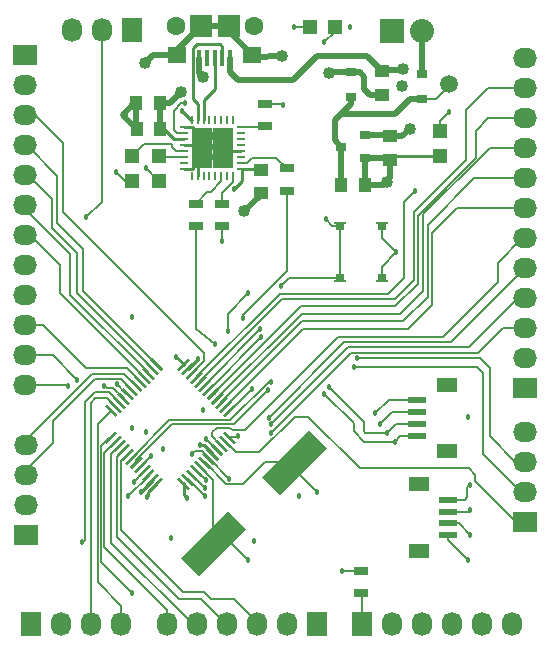
<source format=gtl>
G04 #@! TF.FileFunction,Copper,L1,Top,Signal*
%FSLAX46Y46*%
G04 Gerber Fmt 4.6, Leading zero omitted, Abs format (unit mm)*
G04 Created by KiCad (PCBNEW 4.0.5) date Tuesday, June 20, 2017 'PMt' 03:43:36 PM*
%MOMM*%
%LPD*%
G01*
G04 APERTURE LIST*
%ADD10C,0.100000*%
%ADD11C,0.457200*%
%ADD12R,1.000000X1.250000*%
%ADD13R,1.250000X1.000000*%
%ADD14R,0.900000X0.800000*%
%ADD15R,1.198880X1.198880*%
%ADD16R,1.727200X2.032000*%
%ADD17O,1.727200X2.032000*%
%ADD18R,2.032000X1.727200*%
%ADD19O,2.032000X1.727200*%
%ADD20R,0.400000X1.350000*%
%ADD21R,1.600000X1.400000*%
%ADD22R,1.900000X1.900000*%
%ADD23C,1.600000*%
%ADD24R,2.032000X2.032000*%
%ADD25O,2.032000X2.032000*%
%ADD26R,1.550000X0.600000*%
%ADD27R,1.800000X1.200000*%
%ADD28R,1.300000X0.700000*%
%ADD29R,1.100000X0.200000*%
%ADD30R,0.700000X0.700000*%
%ADD31C,1.500000*%
%ADD32R,0.700000X0.250000*%
%ADD33R,0.250000X0.700000*%
%ADD34R,1.725000X1.725000*%
%ADD35C,1.016000*%
%ADD36C,0.127000*%
%ADD37C,0.254000*%
%ADD38C,0.508000*%
G04 APERTURE END LIST*
D10*
G36*
X132123341Y-101976324D02*
X133608676Y-103461659D01*
X129648383Y-107421952D01*
X128163048Y-105936617D01*
X132123341Y-101976324D01*
X132123341Y-101976324D01*
G37*
G36*
X125266017Y-108833648D02*
X126751352Y-110318983D01*
X122791059Y-114279276D01*
X121305724Y-112793941D01*
X125266017Y-108833648D01*
X125266017Y-108833648D01*
G37*
D11*
X122936000Y-78867000D03*
X123952000Y-78867000D03*
X124968000Y-78867000D03*
X124968000Y-77978000D03*
X123952000Y-77978000D03*
X122936000Y-77978000D03*
X124968000Y-76962000D03*
X123952000Y-76962000D03*
D12*
X119516400Y-76469240D03*
X117516400Y-76469240D03*
X119496080Y-74305160D03*
X117496080Y-74305160D03*
D13*
X128036320Y-79914240D03*
X128036320Y-81914240D03*
D12*
X134864600Y-81183480D03*
X136864600Y-81183480D03*
D13*
X138988800Y-77069440D03*
X138988800Y-79069440D03*
D14*
X141711680Y-73917520D03*
X141711680Y-71817520D03*
X135636000Y-73744800D03*
X135636000Y-71644800D03*
D15*
X119430800Y-80850740D03*
X119430800Y-78752700D03*
X117124480Y-80845660D03*
X117124480Y-78747620D03*
X132199380Y-67843400D03*
X134297420Y-67843400D03*
D10*
G36*
X122049979Y-106839289D02*
X121873202Y-107016066D01*
X120953963Y-106096827D01*
X121130740Y-105920050D01*
X122049979Y-106839289D01*
X122049979Y-106839289D01*
G37*
G36*
X122403532Y-106485736D02*
X122226755Y-106662513D01*
X121307516Y-105743274D01*
X121484293Y-105566497D01*
X122403532Y-106485736D01*
X122403532Y-106485736D01*
G37*
G36*
X122757086Y-106132182D02*
X122580309Y-106308959D01*
X121661070Y-105389720D01*
X121837847Y-105212943D01*
X122757086Y-106132182D01*
X122757086Y-106132182D01*
G37*
G36*
X123110639Y-105778629D02*
X122933862Y-105955406D01*
X122014623Y-105036167D01*
X122191400Y-104859390D01*
X123110639Y-105778629D01*
X123110639Y-105778629D01*
G37*
G36*
X123464192Y-105425076D02*
X123287415Y-105601853D01*
X122368176Y-104682614D01*
X122544953Y-104505837D01*
X123464192Y-105425076D01*
X123464192Y-105425076D01*
G37*
G36*
X123817746Y-105071522D02*
X123640969Y-105248299D01*
X122721730Y-104329060D01*
X122898507Y-104152283D01*
X123817746Y-105071522D01*
X123817746Y-105071522D01*
G37*
G36*
X124171299Y-104717969D02*
X123994522Y-104894746D01*
X123075283Y-103975507D01*
X123252060Y-103798730D01*
X124171299Y-104717969D01*
X124171299Y-104717969D01*
G37*
G36*
X124524853Y-104364415D02*
X124348076Y-104541192D01*
X123428837Y-103621953D01*
X123605614Y-103445176D01*
X124524853Y-104364415D01*
X124524853Y-104364415D01*
G37*
G36*
X124878406Y-104010862D02*
X124701629Y-104187639D01*
X123782390Y-103268400D01*
X123959167Y-103091623D01*
X124878406Y-104010862D01*
X124878406Y-104010862D01*
G37*
G36*
X125231959Y-103657309D02*
X125055182Y-103834086D01*
X124135943Y-102914847D01*
X124312720Y-102738070D01*
X125231959Y-103657309D01*
X125231959Y-103657309D01*
G37*
G36*
X125585513Y-103303755D02*
X125408736Y-103480532D01*
X124489497Y-102561293D01*
X124666274Y-102384516D01*
X125585513Y-103303755D01*
X125585513Y-103303755D01*
G37*
G36*
X125939066Y-102950202D02*
X125762289Y-103126979D01*
X124843050Y-102207740D01*
X125019827Y-102030963D01*
X125939066Y-102950202D01*
X125939066Y-102950202D01*
G37*
G36*
X125762289Y-99768221D02*
X125939066Y-99944998D01*
X125019827Y-100864237D01*
X124843050Y-100687460D01*
X125762289Y-99768221D01*
X125762289Y-99768221D01*
G37*
G36*
X125408736Y-99414668D02*
X125585513Y-99591445D01*
X124666274Y-100510684D01*
X124489497Y-100333907D01*
X125408736Y-99414668D01*
X125408736Y-99414668D01*
G37*
G36*
X125055182Y-99061114D02*
X125231959Y-99237891D01*
X124312720Y-100157130D01*
X124135943Y-99980353D01*
X125055182Y-99061114D01*
X125055182Y-99061114D01*
G37*
G36*
X124701629Y-98707561D02*
X124878406Y-98884338D01*
X123959167Y-99803577D01*
X123782390Y-99626800D01*
X124701629Y-98707561D01*
X124701629Y-98707561D01*
G37*
G36*
X124348076Y-98354008D02*
X124524853Y-98530785D01*
X123605614Y-99450024D01*
X123428837Y-99273247D01*
X124348076Y-98354008D01*
X124348076Y-98354008D01*
G37*
G36*
X123994522Y-98000454D02*
X124171299Y-98177231D01*
X123252060Y-99096470D01*
X123075283Y-98919693D01*
X123994522Y-98000454D01*
X123994522Y-98000454D01*
G37*
G36*
X123640969Y-97646901D02*
X123817746Y-97823678D01*
X122898507Y-98742917D01*
X122721730Y-98566140D01*
X123640969Y-97646901D01*
X123640969Y-97646901D01*
G37*
G36*
X123287415Y-97293347D02*
X123464192Y-97470124D01*
X122544953Y-98389363D01*
X122368176Y-98212586D01*
X123287415Y-97293347D01*
X123287415Y-97293347D01*
G37*
G36*
X122933862Y-96939794D02*
X123110639Y-97116571D01*
X122191400Y-98035810D01*
X122014623Y-97859033D01*
X122933862Y-96939794D01*
X122933862Y-96939794D01*
G37*
G36*
X122580309Y-96586241D02*
X122757086Y-96763018D01*
X121837847Y-97682257D01*
X121661070Y-97505480D01*
X122580309Y-96586241D01*
X122580309Y-96586241D01*
G37*
G36*
X122226755Y-96232687D02*
X122403532Y-96409464D01*
X121484293Y-97328703D01*
X121307516Y-97151926D01*
X122226755Y-96232687D01*
X122226755Y-96232687D01*
G37*
G36*
X121873202Y-95879134D02*
X122049979Y-96055911D01*
X121130740Y-96975150D01*
X120953963Y-96798373D01*
X121873202Y-95879134D01*
X121873202Y-95879134D01*
G37*
G36*
X119787237Y-96798373D02*
X119610460Y-96975150D01*
X118691221Y-96055911D01*
X118867998Y-95879134D01*
X119787237Y-96798373D01*
X119787237Y-96798373D01*
G37*
G36*
X119433684Y-97151926D02*
X119256907Y-97328703D01*
X118337668Y-96409464D01*
X118514445Y-96232687D01*
X119433684Y-97151926D01*
X119433684Y-97151926D01*
G37*
G36*
X119080130Y-97505480D02*
X118903353Y-97682257D01*
X117984114Y-96763018D01*
X118160891Y-96586241D01*
X119080130Y-97505480D01*
X119080130Y-97505480D01*
G37*
G36*
X118726577Y-97859033D02*
X118549800Y-98035810D01*
X117630561Y-97116571D01*
X117807338Y-96939794D01*
X118726577Y-97859033D01*
X118726577Y-97859033D01*
G37*
G36*
X118373024Y-98212586D02*
X118196247Y-98389363D01*
X117277008Y-97470124D01*
X117453785Y-97293347D01*
X118373024Y-98212586D01*
X118373024Y-98212586D01*
G37*
G36*
X118019470Y-98566140D02*
X117842693Y-98742917D01*
X116923454Y-97823678D01*
X117100231Y-97646901D01*
X118019470Y-98566140D01*
X118019470Y-98566140D01*
G37*
G36*
X117665917Y-98919693D02*
X117489140Y-99096470D01*
X116569901Y-98177231D01*
X116746678Y-98000454D01*
X117665917Y-98919693D01*
X117665917Y-98919693D01*
G37*
G36*
X117312363Y-99273247D02*
X117135586Y-99450024D01*
X116216347Y-98530785D01*
X116393124Y-98354008D01*
X117312363Y-99273247D01*
X117312363Y-99273247D01*
G37*
G36*
X116958810Y-99626800D02*
X116782033Y-99803577D01*
X115862794Y-98884338D01*
X116039571Y-98707561D01*
X116958810Y-99626800D01*
X116958810Y-99626800D01*
G37*
G36*
X116605257Y-99980353D02*
X116428480Y-100157130D01*
X115509241Y-99237891D01*
X115686018Y-99061114D01*
X116605257Y-99980353D01*
X116605257Y-99980353D01*
G37*
G36*
X116251703Y-100333907D02*
X116074926Y-100510684D01*
X115155687Y-99591445D01*
X115332464Y-99414668D01*
X116251703Y-100333907D01*
X116251703Y-100333907D01*
G37*
G36*
X115898150Y-100687460D02*
X115721373Y-100864237D01*
X114802134Y-99944998D01*
X114978911Y-99768221D01*
X115898150Y-100687460D01*
X115898150Y-100687460D01*
G37*
G36*
X115721373Y-102030963D02*
X115898150Y-102207740D01*
X114978911Y-103126979D01*
X114802134Y-102950202D01*
X115721373Y-102030963D01*
X115721373Y-102030963D01*
G37*
G36*
X116074926Y-102384516D02*
X116251703Y-102561293D01*
X115332464Y-103480532D01*
X115155687Y-103303755D01*
X116074926Y-102384516D01*
X116074926Y-102384516D01*
G37*
G36*
X116428480Y-102738070D02*
X116605257Y-102914847D01*
X115686018Y-103834086D01*
X115509241Y-103657309D01*
X116428480Y-102738070D01*
X116428480Y-102738070D01*
G37*
G36*
X116782033Y-103091623D02*
X116958810Y-103268400D01*
X116039571Y-104187639D01*
X115862794Y-104010862D01*
X116782033Y-103091623D01*
X116782033Y-103091623D01*
G37*
G36*
X117135586Y-103445176D02*
X117312363Y-103621953D01*
X116393124Y-104541192D01*
X116216347Y-104364415D01*
X117135586Y-103445176D01*
X117135586Y-103445176D01*
G37*
G36*
X117489140Y-103798730D02*
X117665917Y-103975507D01*
X116746678Y-104894746D01*
X116569901Y-104717969D01*
X117489140Y-103798730D01*
X117489140Y-103798730D01*
G37*
G36*
X117842693Y-104152283D02*
X118019470Y-104329060D01*
X117100231Y-105248299D01*
X116923454Y-105071522D01*
X117842693Y-104152283D01*
X117842693Y-104152283D01*
G37*
G36*
X118196247Y-104505837D02*
X118373024Y-104682614D01*
X117453785Y-105601853D01*
X117277008Y-105425076D01*
X118196247Y-104505837D01*
X118196247Y-104505837D01*
G37*
G36*
X118549800Y-104859390D02*
X118726577Y-105036167D01*
X117807338Y-105955406D01*
X117630561Y-105778629D01*
X118549800Y-104859390D01*
X118549800Y-104859390D01*
G37*
G36*
X118903353Y-105212943D02*
X119080130Y-105389720D01*
X118160891Y-106308959D01*
X117984114Y-106132182D01*
X118903353Y-105212943D01*
X118903353Y-105212943D01*
G37*
G36*
X119256907Y-105566497D02*
X119433684Y-105743274D01*
X118514445Y-106662513D01*
X118337668Y-106485736D01*
X119256907Y-105566497D01*
X119256907Y-105566497D01*
G37*
G36*
X119610460Y-105920050D02*
X119787237Y-106096827D01*
X118867998Y-107016066D01*
X118691221Y-106839289D01*
X119610460Y-105920050D01*
X119610460Y-105920050D01*
G37*
D13*
X138297920Y-73583040D03*
X138297920Y-71583040D03*
D16*
X108585000Y-118414800D03*
D17*
X111125000Y-118414800D03*
X113665000Y-118414800D03*
X116205000Y-118414800D03*
D18*
X150368000Y-98425000D03*
D19*
X150368000Y-95885000D03*
X150368000Y-93345000D03*
X150368000Y-90805000D03*
X150368000Y-88265000D03*
X150368000Y-85725000D03*
X150368000Y-83185000D03*
X150368000Y-80645000D03*
X150368000Y-78105000D03*
X150368000Y-75565000D03*
X150368000Y-73025000D03*
X150368000Y-70485000D03*
D18*
X108077000Y-70231000D03*
D19*
X108077000Y-72771000D03*
X108077000Y-75311000D03*
X108077000Y-77851000D03*
X108077000Y-80391000D03*
X108077000Y-82931000D03*
X108077000Y-85471000D03*
X108077000Y-88011000D03*
X108077000Y-90551000D03*
X108077000Y-93091000D03*
X108077000Y-95631000D03*
X108077000Y-98171000D03*
D18*
X108127800Y-110820200D03*
D19*
X108127800Y-108280200D03*
X108127800Y-105740200D03*
X108127800Y-103200200D03*
D16*
X132816600Y-118414800D03*
D17*
X130276600Y-118414800D03*
X127736600Y-118414800D03*
X125196600Y-118414800D03*
X122656600Y-118414800D03*
X120116600Y-118414800D03*
D18*
X150368000Y-109702600D03*
D19*
X150368000Y-107162600D03*
X150368000Y-104622600D03*
X150368000Y-102082600D03*
D20*
X124129800Y-70457440D03*
X123479800Y-70457440D03*
X122829800Y-70457440D03*
X124779800Y-70457440D03*
X125429800Y-70457440D03*
D21*
X127329800Y-70232440D03*
X120929800Y-70232440D03*
D22*
X125329800Y-67782440D03*
X122929800Y-67782440D03*
D23*
X127429800Y-67782440D03*
X120829800Y-67782440D03*
D24*
X139115800Y-68173600D03*
D25*
X141655800Y-68173600D03*
D16*
X136575800Y-118414800D03*
D17*
X139115800Y-118414800D03*
X141655800Y-118414800D03*
X144195800Y-118414800D03*
X146735800Y-118414800D03*
X149275800Y-118414800D03*
D26*
X141231500Y-99419280D03*
X141231500Y-100419280D03*
X141231500Y-101419280D03*
X141231500Y-102419280D03*
D27*
X143756500Y-98119280D03*
X143756500Y-103719280D03*
D26*
X143924140Y-110857160D03*
X143924140Y-109857160D03*
X143924140Y-108857160D03*
X143924140Y-107857160D03*
D27*
X141399140Y-112157160D03*
X141399140Y-106557160D03*
D16*
X117094000Y-68072000D03*
D17*
X114554000Y-68072000D03*
X112014000Y-68072000D03*
D28*
X122519440Y-84673480D03*
X122519440Y-82773480D03*
X130246120Y-81681360D03*
X130246120Y-79781360D03*
X124724160Y-84678560D03*
X124724160Y-82778560D03*
X128381760Y-74330520D03*
X128381760Y-76230520D03*
X136545320Y-115758000D03*
X136545320Y-113858000D03*
D29*
X138275000Y-89368400D03*
X138275000Y-84418400D03*
X134775000Y-89368400D03*
X134775000Y-84418400D03*
D30*
X134775000Y-84668400D03*
X138275000Y-89118400D03*
X134775000Y-89118400D03*
X138275000Y-84668400D03*
D31*
X143982440Y-72659240D03*
D14*
X136839200Y-78915300D03*
X136839200Y-77015300D03*
X134839200Y-77965300D03*
D15*
X143217900Y-76674980D03*
X143217900Y-78773020D03*
D32*
X126339300Y-79816900D03*
X126339300Y-79316900D03*
X126339300Y-78816900D03*
X126339300Y-78316900D03*
X126339300Y-77816900D03*
X126339300Y-77316900D03*
X126339300Y-76816900D03*
X126339300Y-76316900D03*
D33*
X125689300Y-75666900D03*
X125189300Y-75666900D03*
X124689300Y-75666900D03*
X124189300Y-75666900D03*
X123689300Y-75666900D03*
X123189300Y-75666900D03*
X122689300Y-75666900D03*
X122189300Y-75666900D03*
D32*
X121539300Y-76316900D03*
X121539300Y-76816900D03*
X121539300Y-77316900D03*
X121539300Y-77816900D03*
X121539300Y-78316900D03*
X121539300Y-78816900D03*
X121539300Y-79316900D03*
X121539300Y-79816900D03*
D33*
X122189300Y-80466900D03*
X122689300Y-80466900D03*
X123189300Y-80466900D03*
X123689300Y-80466900D03*
X124189300Y-80466900D03*
X124689300Y-80466900D03*
X125189300Y-80466900D03*
X125689300Y-80466900D03*
D34*
X123076800Y-77204400D03*
X123076800Y-78929400D03*
X124801800Y-77204400D03*
X124801800Y-78929400D03*
D11*
X122936000Y-76962000D03*
X132831840Y-107167680D03*
X122890280Y-103251000D03*
X117165120Y-92374720D03*
X123134120Y-100243640D03*
X120406160Y-111109760D03*
X117861080Y-107193080D03*
X119771160Y-103581200D03*
X117170200Y-101798120D03*
X127487680Y-111333280D03*
X131307840Y-107553760D03*
X137744200Y-100528120D03*
X122682000Y-95961200D03*
X139496800Y-86893400D03*
X133426200Y-69138800D03*
D35*
X126644400Y-83413600D03*
X118262400Y-70866000D03*
X139954000Y-72847200D03*
X129844800Y-70307200D03*
X123169680Y-72069960D03*
D11*
X124739400Y-85923120D03*
X129905760Y-74472800D03*
X116326920Y-75270360D03*
D35*
X138684000Y-80954880D03*
D11*
X126918720Y-112938560D03*
X121787920Y-107706160D03*
X118424960Y-107589320D03*
X118303040Y-102118160D03*
X145618200Y-100868480D03*
X138109960Y-101422200D03*
X134950200Y-113858040D03*
X120853200Y-95745300D03*
X135585200Y-67868800D03*
D35*
X140665200Y-76454000D03*
D11*
X123428760Y-102702360D03*
D35*
X140106400Y-71374000D03*
X133771640Y-71688960D03*
X121315480Y-73370440D03*
D11*
X121386600Y-74955400D03*
X125780800Y-81508600D03*
X122189240Y-103992680D03*
X129753360Y-89799160D03*
X126959360Y-90357960D03*
X125227080Y-93543120D03*
X125374400Y-106108500D03*
X133553200Y-84124800D03*
X121640600Y-74269600D03*
X118313200Y-79806800D03*
X115798600Y-80111600D03*
X126121160Y-102428040D03*
X126568200Y-92481400D03*
X127254000Y-98450400D03*
X124129800Y-94640400D03*
X135900160Y-96616520D03*
X128076960Y-94081600D03*
X136210040Y-95890080D03*
X127939800Y-93431360D03*
X112928400Y-111442500D03*
X117119400Y-115785900D03*
X128864360Y-97871280D03*
X133771640Y-98298000D03*
X138750040Y-102179120D03*
X133421120Y-98902520D03*
X128635760Y-98602800D03*
X139364720Y-102930960D03*
X113258600Y-83921600D03*
X118755160Y-104124760D03*
X145740120Y-106588560D03*
X145775680Y-108691680D03*
X145775680Y-110845600D03*
X145613120Y-112989360D03*
X128930400Y-102184200D03*
X123310650Y-107537250D03*
X128905000Y-101473000D03*
X123329700Y-106870500D03*
X123380500Y-106210100D03*
X128689100Y-100901500D03*
X141084300Y-81724500D03*
X115849400Y-98094800D03*
X112483900Y-97701100D03*
X111709200Y-98196400D03*
X114782600Y-98183700D03*
X117259100Y-106324400D03*
X116789200Y-107569000D03*
X130810000Y-67843400D03*
X143941800Y-75044300D03*
D36*
X130885862Y-104699138D02*
X130885862Y-105221702D01*
X130885862Y-105221702D02*
X132831840Y-107167680D01*
X130885862Y-104699138D02*
X128383962Y-104699138D01*
X125109747Y-106540300D02*
X123269738Y-104700291D01*
X126542800Y-106540300D02*
X125109747Y-106540300D01*
X128383962Y-104699138D02*
X126542800Y-106540300D01*
D37*
X123976845Y-103993184D02*
X123967744Y-103993184D01*
X123967744Y-103993184D02*
X123225560Y-103251000D01*
X123225560Y-103251000D02*
X122890280Y-103251000D01*
D36*
X118885676Y-106114505D02*
X118885676Y-106168484D01*
D37*
X118885676Y-106168484D02*
X117861080Y-107193080D01*
D36*
X138853040Y-99419280D02*
X141231500Y-99419280D01*
X137744200Y-100528120D02*
X138853040Y-99419280D01*
D37*
X121855524Y-96780695D02*
X121862505Y-96780695D01*
X121862505Y-96780695D02*
X122682000Y-95961200D01*
X143217900Y-78773020D02*
X139285220Y-78773020D01*
X139285220Y-78773020D02*
X138988800Y-79069440D01*
D36*
X138275000Y-89118400D02*
X138275000Y-88115200D01*
X138275000Y-85671600D02*
X139496800Y-86893400D01*
X138275000Y-85671600D02*
X138275000Y-84668400D01*
X138275000Y-88115200D02*
X139496800Y-86893400D01*
X134297420Y-67843400D02*
X134297420Y-68267580D01*
X134297420Y-68267580D02*
X133426200Y-69138800D01*
D38*
X128036320Y-81914240D02*
X128036320Y-82021680D01*
X128036320Y-82021680D02*
X126644400Y-83413600D01*
X120929800Y-70232440D02*
X118895960Y-70232440D01*
X118895960Y-70232440D02*
X118262400Y-70866000D01*
D37*
X122689300Y-80466900D02*
X122689300Y-79316900D01*
X122689300Y-79316900D02*
X123076800Y-78929400D01*
X121539300Y-79816900D02*
X122189300Y-79816900D01*
X122189300Y-79816900D02*
X123076800Y-78929400D01*
X121539300Y-77816900D02*
X122464300Y-77816900D01*
X122464300Y-77816900D02*
X123076800Y-77204400D01*
X121539300Y-76316900D02*
X122189300Y-76316900D01*
X122189300Y-76316900D02*
X123076800Y-77204400D01*
X123076800Y-77204400D02*
X124801800Y-77204400D01*
X124801800Y-77204400D02*
X124801800Y-78929400D01*
X124801800Y-78929400D02*
X123076800Y-78929400D01*
X126339300Y-78316900D02*
X125414300Y-78316900D01*
X125414300Y-78316900D02*
X124801800Y-78929400D01*
D38*
X120929800Y-70232440D02*
X120929800Y-69782440D01*
X120929800Y-69782440D02*
X122929800Y-67782440D01*
X122929800Y-67782440D02*
X124879800Y-67782440D01*
X124879800Y-67782440D02*
X127424880Y-70327520D01*
X127424880Y-70327520D02*
X129844800Y-70307200D01*
X122829800Y-70457440D02*
X122829800Y-71730080D01*
X122829800Y-71730080D02*
X123169680Y-72069960D01*
D36*
X124724160Y-84678560D02*
X124724160Y-85907880D01*
X124724160Y-85907880D02*
X124739400Y-85923120D01*
X128381760Y-74330520D02*
X129763480Y-74330520D01*
X129763480Y-74330520D02*
X129905760Y-74472800D01*
D38*
X117496080Y-74305160D02*
X117292120Y-74305160D01*
X117292120Y-74305160D02*
X116326920Y-75270360D01*
X116326920Y-75279760D02*
X116326920Y-75270360D01*
X117496080Y-76448920D02*
X116326920Y-75279760D01*
X117496080Y-74305160D02*
X117496080Y-76448920D01*
X136864600Y-81183480D02*
X138455400Y-81183480D01*
X138988800Y-80650080D02*
X138684000Y-80954880D01*
X138988800Y-80650080D02*
X138988800Y-79069440D01*
X138455400Y-81183480D02*
X138684000Y-80954880D01*
X136839200Y-78915300D02*
X138834660Y-78915300D01*
X138834660Y-78915300D02*
X138988800Y-79069440D01*
X136839200Y-78915300D02*
X136839200Y-81158080D01*
X136839200Y-81158080D02*
X136864600Y-81183480D01*
D36*
X124028538Y-111556462D02*
X125536622Y-111556462D01*
X125536622Y-111556462D02*
X126918720Y-112938560D01*
X124028538Y-111556462D02*
X124028538Y-106166199D01*
X124028538Y-106166199D02*
X122916184Y-105053845D01*
D37*
X121501971Y-106468058D02*
X121501971Y-107420211D01*
X121501971Y-107420211D02*
X121787920Y-107706160D01*
X118424960Y-107589320D02*
X118516400Y-107497880D01*
X118516400Y-107497880D02*
X118516400Y-107190887D01*
X118516400Y-107190887D02*
X119239229Y-106468058D01*
D36*
X139115800Y-100416360D02*
X141228580Y-100416360D01*
X138109960Y-101422200D02*
X139115800Y-100416360D01*
X141228580Y-100416360D02*
X141231500Y-100419280D01*
X136545320Y-113858000D02*
X134950240Y-113858000D01*
X134950240Y-113858000D02*
X134950200Y-113858040D01*
D37*
X121501971Y-96427142D02*
X121501971Y-96394071D01*
X121501971Y-96394071D02*
X120853200Y-95745300D01*
D38*
X138988800Y-77069440D02*
X140009120Y-77069440D01*
X140009120Y-77069440D02*
X140665200Y-76454000D01*
X136839200Y-77015300D02*
X138934660Y-77015300D01*
X138934660Y-77015300D02*
X138988800Y-77069440D01*
D36*
X123428760Y-102702360D02*
X124330398Y-103603998D01*
X124330398Y-103603998D02*
X124330398Y-103639631D01*
D38*
X125429800Y-70457440D02*
X125429800Y-71617360D01*
X137022840Y-70297040D02*
X138297920Y-71572120D01*
X132801360Y-70297040D02*
X137022840Y-70297040D01*
X130789680Y-72308720D02*
X132801360Y-70297040D01*
X126121160Y-72308720D02*
X130789680Y-72308720D01*
X125429800Y-71617360D02*
X126121160Y-72308720D01*
X138297920Y-71572120D02*
X138297920Y-71583040D01*
X138297920Y-71583040D02*
X140105640Y-71374760D01*
X140105640Y-71374760D02*
X140106400Y-71374000D01*
X119496080Y-74305160D02*
X120380760Y-74305160D01*
X133815800Y-71644800D02*
X135636000Y-71644800D01*
X133771640Y-71688960D02*
X133815800Y-71644800D01*
X120380760Y-74305160D02*
X121315480Y-73370440D01*
X119516400Y-76469240D02*
X119516400Y-74325480D01*
X119516400Y-74325480D02*
X119496080Y-74305160D01*
D37*
X119516400Y-76469240D02*
X119867680Y-76469240D01*
X119867680Y-76469240D02*
X120715340Y-77316900D01*
X120715340Y-77316900D02*
X121539300Y-77316900D01*
D38*
X138297920Y-73583040D02*
X137316720Y-73583040D01*
X137316720Y-73583040D02*
X136789160Y-73055480D01*
X136789160Y-73055480D02*
X136789160Y-72024240D01*
X136789160Y-72024240D02*
X136409720Y-71644800D01*
X136409720Y-71644800D02*
X135636000Y-71644800D01*
D37*
X121386600Y-74955400D02*
X122098100Y-75666900D01*
X122098100Y-75666900D02*
X122189300Y-75666900D01*
X126441200Y-80848200D02*
X126441200Y-79918800D01*
X125780800Y-81508600D02*
X126441200Y-80848200D01*
X126441200Y-79918800D02*
X126339300Y-79816900D01*
X122189300Y-75666900D02*
X122148900Y-75666900D01*
X126339300Y-79816900D02*
X127938980Y-79816900D01*
X127938980Y-79816900D02*
X128036320Y-79914240D01*
D38*
X134864600Y-81183480D02*
X134864600Y-77990700D01*
X134864600Y-77990700D02*
X134839200Y-77965300D01*
D36*
X143982440Y-72659240D02*
X143982440Y-72837040D01*
X143982440Y-72837040D02*
X142901960Y-73917520D01*
X142901960Y-73917520D02*
X141711680Y-73917520D01*
D38*
X141711680Y-73917520D02*
X140666760Y-73917520D01*
X139395200Y-75189080D02*
X134802880Y-75189080D01*
X140666760Y-73917520D02*
X139395200Y-75189080D01*
X135636000Y-73744800D02*
X135636000Y-74355960D01*
X134294880Y-77420980D02*
X134839200Y-77965300D01*
X134294880Y-75697080D02*
X134294880Y-77420980D01*
X135636000Y-74355960D02*
X134802880Y-75189080D01*
X134802880Y-75189080D02*
X134294880Y-75697080D01*
D36*
X123073160Y-103753920D02*
X123623291Y-104304051D01*
X122946160Y-103753920D02*
X123073160Y-103753920D01*
X122428000Y-103753920D02*
X122946160Y-103753920D01*
X122189240Y-103992680D02*
X122428000Y-103753920D01*
X123623291Y-104304051D02*
X123623291Y-104346738D01*
X130434120Y-89118400D02*
X129753360Y-89799160D01*
X126959360Y-90357960D02*
X125227080Y-92090240D01*
X125227080Y-92090240D02*
X125227080Y-93543120D01*
X134775000Y-89118400D02*
X130434120Y-89118400D01*
X123623291Y-104329451D02*
X123623291Y-104346738D01*
X125374400Y-106108500D02*
X123663438Y-104346738D01*
X123663438Y-104346738D02*
X123623291Y-104346738D01*
X134775000Y-84668400D02*
X134775000Y-89118400D01*
X134096800Y-84668400D02*
X134775000Y-84668400D01*
X133553200Y-84124800D02*
X134096800Y-84668400D01*
X121539300Y-76816900D02*
X120936700Y-76816900D01*
X121310400Y-74269600D02*
X121640600Y-74269600D01*
X120675400Y-74904600D02*
X121310400Y-74269600D01*
X120675400Y-76555600D02*
X120675400Y-74904600D01*
X120936700Y-76816900D02*
X120675400Y-76555600D01*
D38*
X141655800Y-68173600D02*
X141655800Y-71761640D01*
X141655800Y-71761640D02*
X141711680Y-71817520D01*
D36*
X119430800Y-80850740D02*
X119357140Y-80850740D01*
X119357140Y-80850740D02*
X118313200Y-79806800D01*
X121539300Y-78816900D02*
X119495000Y-78816900D01*
X119495000Y-78816900D02*
X119430800Y-78752700D01*
X117124480Y-80845660D02*
X116532660Y-80845660D01*
X116532660Y-80845660D02*
X115798600Y-80111600D01*
X121539300Y-78316900D02*
X120861900Y-78316900D01*
X118173500Y-77698600D02*
X117124480Y-78747620D01*
X120421400Y-77698600D02*
X118173500Y-77698600D01*
X120523000Y-77800200D02*
X120421400Y-77698600D01*
X120523000Y-77978000D02*
X120523000Y-77800200D01*
X120861900Y-78316900D02*
X120523000Y-77978000D01*
X150368000Y-109702600D02*
X149656800Y-109702600D01*
X149656800Y-109702600D02*
X146182080Y-106227880D01*
X146182080Y-106227880D02*
X146182080Y-105724960D01*
X146182080Y-105724960D02*
X145623280Y-105166160D01*
X145623280Y-105166160D02*
X136403080Y-105166160D01*
X136403080Y-105166160D02*
X132044440Y-100807520D01*
X132044440Y-100807520D02*
X130926840Y-100807520D01*
X130926840Y-100807520D02*
X127909320Y-103825040D01*
X127909320Y-103825040D02*
X125930021Y-103825040D01*
X125930021Y-103825040D02*
X125037505Y-102932524D01*
X130246120Y-81681360D02*
X130246120Y-88498680D01*
X125970229Y-102578971D02*
X125391058Y-102578971D01*
X126121160Y-102428040D02*
X125970229Y-102578971D01*
X126568200Y-92176600D02*
X126568200Y-92481400D01*
X130246120Y-88498680D02*
X126568200Y-92176600D01*
X122519440Y-84673480D02*
X122516900Y-93411040D01*
X127254000Y-98450400D02*
X125413571Y-100316229D01*
X122516900Y-93411040D02*
X124129800Y-94640400D01*
X125413571Y-100316229D02*
X125391058Y-100316229D01*
X150368000Y-107162600D02*
X150053040Y-107162600D01*
X150053040Y-107162600D02*
X146852640Y-103962200D01*
X146852640Y-103962200D02*
X146852640Y-97119440D01*
X146852640Y-97119440D02*
X146349720Y-96616520D01*
X146349720Y-96616520D02*
X135900160Y-96616520D01*
X128076960Y-94081600D02*
X123623291Y-98535269D01*
X123623291Y-98535269D02*
X123623291Y-98548462D01*
X150368000Y-104622600D02*
X149550120Y-104622600D01*
X149550120Y-104622600D02*
X147411440Y-102483920D01*
X147411440Y-102483920D02*
X147411440Y-96672400D01*
X147411440Y-96672400D02*
X146629120Y-95890080D01*
X146629120Y-95890080D02*
X136210040Y-95890080D01*
X127939800Y-93431360D02*
X123269738Y-98101422D01*
X123269738Y-98101422D02*
X123269738Y-98194909D01*
X108077000Y-93091000D02*
X109575600Y-93091000D01*
X116706861Y-96723200D02*
X117825016Y-97841355D01*
X113207800Y-96723200D02*
X116706861Y-96723200D01*
X109575600Y-93091000D02*
X113207800Y-96723200D01*
X108127800Y-103200200D02*
X108127800Y-102831900D01*
X108127800Y-102831900D02*
X113753900Y-97205800D01*
X113753900Y-97205800D02*
X116482353Y-97205800D01*
X116482353Y-97205800D02*
X117471462Y-98194909D01*
X108127800Y-105740200D02*
X108127800Y-105371900D01*
X108127800Y-105371900D02*
X110477300Y-103022400D01*
X110477300Y-103022400D02*
X110477300Y-101168200D01*
X110477300Y-101168200D02*
X114020600Y-97624900D01*
X114020600Y-97624900D02*
X116194347Y-97624900D01*
X116194347Y-97624900D02*
X117117909Y-98548462D01*
X112928400Y-111442500D02*
X113118900Y-111252000D01*
X113118900Y-111252000D02*
X113118900Y-99580700D01*
X113118900Y-99580700D02*
X114007900Y-98691700D01*
X114007900Y-98691700D02*
X115139827Y-98691700D01*
X115139827Y-98691700D02*
X116057249Y-99609122D01*
X113665000Y-118414800D02*
X113665000Y-99631500D01*
X115016919Y-99275900D02*
X115703695Y-99962676D01*
X114020600Y-99275900D02*
X115016919Y-99275900D01*
X113665000Y-99631500D02*
X114020600Y-99275900D01*
X116205000Y-118414800D02*
X116205000Y-116814600D01*
X114223800Y-101442571D02*
X115350142Y-100316229D01*
X114223800Y-114833400D02*
X114223800Y-101442571D01*
X116205000Y-116814600D02*
X114223800Y-114833400D01*
X115350142Y-102578971D02*
X115226031Y-102578971D01*
X115226031Y-102578971D02*
X114477802Y-103327200D01*
X114477802Y-113144302D02*
X117119400Y-115785900D01*
X114477802Y-103327200D02*
X114477802Y-113144302D01*
X115350142Y-102578971D02*
X115317071Y-102578971D01*
X120116600Y-118414800D02*
X120116600Y-117221000D01*
X114757200Y-103879019D02*
X115703695Y-102932524D01*
X114757200Y-111861600D02*
X114757200Y-103879019D01*
X120116600Y-117221000D02*
X114757200Y-111861600D01*
X122656600Y-118414800D02*
X122301000Y-118414800D01*
X122301000Y-118414800D02*
X115366800Y-111480600D01*
X115366800Y-111480600D02*
X115366800Y-103976527D01*
X115366800Y-103976527D02*
X116057249Y-103286078D01*
X125196600Y-118414800D02*
X125082300Y-118414800D01*
X125082300Y-118414800D02*
X122948700Y-116281200D01*
X122948700Y-116281200D02*
X121119900Y-116281200D01*
X121119900Y-116281200D02*
X115824000Y-110985300D01*
X115824000Y-110985300D02*
X115824000Y-104226433D01*
X115824000Y-104226433D02*
X116410802Y-103639631D01*
X127736600Y-118414800D02*
X127736600Y-118237000D01*
X127736600Y-118237000D02*
X125780800Y-116281200D01*
X125780800Y-116281200D02*
X123825000Y-116281200D01*
X123825000Y-116281200D02*
X123215400Y-115671600D01*
X123215400Y-115671600D02*
X121424700Y-115671600D01*
X121424700Y-115671600D02*
X116179600Y-110426500D01*
X116179600Y-110426500D02*
X116179600Y-104577939D01*
X116179600Y-104577939D02*
X116764355Y-103993184D01*
X117117909Y-104346738D02*
X117117909Y-104324371D01*
X117117909Y-104324371D02*
X120258840Y-101132640D01*
X120258840Y-101132640D02*
X125404880Y-101132640D01*
X125404880Y-101132640D02*
X128717040Y-97871280D01*
X128717040Y-97871280D02*
X128864360Y-97871280D01*
X133771640Y-98298000D02*
X136743440Y-101269800D01*
X136743440Y-101269800D02*
X136743440Y-102036880D01*
X136743440Y-102036880D02*
X136885680Y-102179120D01*
X136885680Y-102179120D02*
X138750040Y-102179120D01*
X139451080Y-101478080D02*
X141172700Y-101478080D01*
X138750040Y-102179120D02*
X139451080Y-101478080D01*
X141172700Y-101478080D02*
X141231500Y-101419280D01*
X117471462Y-104700291D02*
X117471462Y-104499138D01*
X136779000Y-102930960D02*
X139364720Y-102930960D01*
X135910320Y-102062280D02*
X136779000Y-102930960D01*
X135910320Y-101391720D02*
X135910320Y-102062280D01*
X133421120Y-98902520D02*
X135910320Y-101391720D01*
X125785880Y-101452680D02*
X128635760Y-98602800D01*
X120517920Y-101452680D02*
X125785880Y-101452680D01*
X117471462Y-104499138D02*
X120517920Y-101452680D01*
X139842240Y-102453440D02*
X141197340Y-102453440D01*
X139364720Y-102930960D02*
X139842240Y-102453440D01*
X141197340Y-102453440D02*
X141231500Y-102419280D01*
X114554000Y-68072000D02*
X114554000Y-82626200D01*
X114554000Y-82626200D02*
X113258600Y-83921600D01*
X118755160Y-104124760D02*
X117826075Y-105053845D01*
X117826075Y-105053845D02*
X117825016Y-105053845D01*
X126339300Y-79316900D02*
X126880300Y-79316900D01*
X129357160Y-78892400D02*
X130246120Y-79781360D01*
X127304800Y-78892400D02*
X129357160Y-78892400D01*
X126880300Y-79316900D02*
X127304800Y-78892400D01*
X126339300Y-76316900D02*
X128295380Y-76316900D01*
X128295380Y-76316900D02*
X128381760Y-76230520D01*
X124689300Y-80466900D02*
X124689300Y-80893220D01*
X123510000Y-81782920D02*
X122519440Y-82773480D01*
X123799600Y-81782920D02*
X123510000Y-81782920D01*
X124689300Y-80893220D02*
X123799600Y-81782920D01*
X125689300Y-80466900D02*
X125689300Y-80929540D01*
X124724160Y-81894680D02*
X124724160Y-82778560D01*
X125689300Y-80929540D02*
X124724160Y-81894680D01*
X136575800Y-118414800D02*
X136575800Y-115788480D01*
X136575800Y-115788480D02*
X136545320Y-115758000D01*
X145324960Y-107857160D02*
X143924140Y-107857160D01*
X145526760Y-107655360D02*
X145324960Y-107857160D01*
X145526760Y-106801920D02*
X145526760Y-107655360D01*
X145740120Y-106588560D02*
X145526760Y-106801920D01*
X145610200Y-108857160D02*
X143924140Y-108857160D01*
X145775680Y-108691680D02*
X145610200Y-108857160D01*
X144787240Y-109857160D02*
X143924140Y-109857160D01*
X145775680Y-110845600D02*
X144787240Y-109857160D01*
X143924140Y-111300380D02*
X143924140Y-110857160D01*
X145613120Y-112989360D02*
X143924140Y-111300380D01*
X135674100Y-95440500D02*
X128930400Y-102184200D01*
X146418300Y-95440500D02*
X135674100Y-95440500D01*
X148513800Y-93345000D02*
X146418300Y-95440500D01*
X150368000Y-93345000D02*
X148513800Y-93345000D01*
X123310650Y-107537250D02*
X121855524Y-106120224D01*
X121855524Y-106120224D02*
X121855524Y-106114505D01*
X150368000Y-90805000D02*
X149834600Y-90805000D01*
X149834600Y-90805000D02*
X145694400Y-94945200D01*
X145694400Y-94945200D02*
X135432800Y-94945200D01*
X135432800Y-94945200D02*
X128905000Y-101473000D01*
X123329700Y-106870500D02*
X122232851Y-105760951D01*
X122232851Y-105760951D02*
X122209078Y-105760951D01*
X122562631Y-105407398D02*
X122577798Y-105407398D01*
X122577798Y-105407398D02*
X123380500Y-106210100D01*
X128689100Y-100901500D02*
X135102600Y-94488000D01*
X135102600Y-94488000D02*
X144145000Y-94488000D01*
X144145000Y-94488000D02*
X150368000Y-88265000D01*
X150368000Y-85725000D02*
X150154640Y-85725000D01*
X150154640Y-85725000D02*
X148097240Y-87782400D01*
X148097240Y-87782400D02*
X148097240Y-89458800D01*
X148097240Y-89458800D02*
X143449040Y-94107000D01*
X143449040Y-94107000D02*
X134569200Y-94107000D01*
X134569200Y-94107000D02*
X126710440Y-101965760D01*
X126710440Y-101965760D02*
X125674120Y-101965760D01*
X125674120Y-101965760D02*
X125374400Y-101752400D01*
X125374400Y-101752400D02*
X124327920Y-101752400D01*
X124327920Y-101752400D02*
X123891040Y-102092760D01*
X123891040Y-102092760D02*
X123891040Y-102493167D01*
X123891040Y-102493167D02*
X124683951Y-103286078D01*
X150368000Y-83185000D02*
X144640300Y-83185000D01*
X131566281Y-93433900D02*
X125037505Y-99962676D01*
X140487400Y-93433900D02*
X131566281Y-93433900D01*
X142544800Y-91376500D02*
X140487400Y-93433900D01*
X142544800Y-85280500D02*
X142544800Y-91376500D01*
X144640300Y-83185000D02*
X142544800Y-85280500D01*
X150368000Y-80645000D02*
X146126200Y-80645000D01*
X131532273Y-92760800D02*
X124683951Y-99609122D01*
X140081000Y-92760800D02*
X131532273Y-92760800D01*
X142163800Y-90678000D02*
X140081000Y-92760800D01*
X142163800Y-84607400D02*
X142163800Y-90678000D01*
X146126200Y-80645000D02*
X142163800Y-84607400D01*
X150368000Y-78105000D02*
X147434300Y-78105000D01*
X131485567Y-92100400D02*
X124330398Y-99255569D01*
X139839700Y-92100400D02*
X131485567Y-92100400D01*
X141795500Y-90144600D02*
X139839700Y-92100400D01*
X141795500Y-83696614D02*
X141795500Y-90144600D01*
X146726714Y-78765400D02*
X141795500Y-83696614D01*
X146773900Y-78765400D02*
X146726714Y-78765400D01*
X147434300Y-78105000D02*
X146773900Y-78765400D01*
X150368000Y-75565000D02*
X147269200Y-75565000D01*
X131400761Y-91478100D02*
X123976845Y-98902016D01*
X139420600Y-91478100D02*
X131400761Y-91478100D01*
X141325600Y-89573100D02*
X139420600Y-91478100D01*
X141325600Y-83807300D02*
X141325600Y-89573100D01*
X146227800Y-78905100D02*
X141325600Y-83807300D01*
X146227800Y-76606400D02*
X146227800Y-78905100D01*
X147269200Y-75565000D02*
X146227800Y-76606400D01*
X124135384Y-98902016D02*
X123976845Y-98902016D01*
X150368000Y-73025000D02*
X147256500Y-73025000D01*
X129863639Y-90893900D02*
X122916184Y-97841355D01*
X139420600Y-90893900D02*
X129863639Y-90893900D01*
X141046200Y-89268300D02*
X139420600Y-90893900D01*
X141046200Y-83477100D02*
X141046200Y-89268300D01*
X145402300Y-79121000D02*
X141046200Y-83477100D01*
X145402300Y-74879200D02*
X145402300Y-79121000D01*
X147256500Y-73025000D02*
X145402300Y-74879200D01*
X122916184Y-97841355D02*
X122960845Y-97841355D01*
X129639133Y-90411300D02*
X122562631Y-97487802D01*
X138798300Y-90411300D02*
X129639133Y-90411300D01*
X140131800Y-89077800D02*
X138798300Y-90411300D01*
X140131800Y-82677000D02*
X140131800Y-89077800D01*
X141084300Y-81724500D02*
X140131800Y-82677000D01*
X122562631Y-97487802D02*
X122577798Y-97487802D01*
X108077000Y-75311000D02*
X108889800Y-75311000D01*
X108889800Y-75311000D02*
X111252000Y-77673200D01*
X111252000Y-77673200D02*
X111252000Y-83477100D01*
X111252000Y-83477100D02*
X123215400Y-95440500D01*
X123215400Y-95440500D02*
X123215400Y-96127927D01*
X123215400Y-96127927D02*
X122209078Y-97134249D01*
X122209078Y-97134249D02*
X122258251Y-97134249D01*
X108077000Y-77851000D02*
X108216700Y-77851000D01*
X108216700Y-77851000D02*
X110794800Y-80429100D01*
X110794800Y-80429100D02*
X110794800Y-84429600D01*
X110794800Y-84429600D02*
X113004600Y-86639400D01*
X113004600Y-86639400D02*
X113004600Y-90192513D01*
X113004600Y-90192513D02*
X119239229Y-96427142D01*
X108077000Y-80391000D02*
X108318300Y-80391000D01*
X108318300Y-80391000D02*
X110337600Y-82410300D01*
X112433100Y-90328119D02*
X118885676Y-96780695D01*
X112433100Y-86944200D02*
X112433100Y-90328119D01*
X110337600Y-84848700D02*
X112433100Y-86944200D01*
X110337600Y-82410300D02*
X110337600Y-84848700D01*
X108077000Y-80391000D02*
X108216700Y-80391000D01*
X108077000Y-82931000D02*
X108077000Y-83197700D01*
X108077000Y-83197700D02*
X111899700Y-87020400D01*
X111899700Y-90501827D02*
X118532122Y-97134249D01*
X111899700Y-87020400D02*
X111899700Y-90501827D01*
X108077000Y-82931000D02*
X108077000Y-83210400D01*
X108077000Y-85471000D02*
X108483400Y-85471000D01*
X108483400Y-85471000D02*
X111023400Y-88011000D01*
X111023400Y-90332633D02*
X118178569Y-97487802D01*
X111023400Y-88011000D02*
X111023400Y-90332633D01*
X108216700Y-85610700D02*
X108077000Y-85471000D01*
X108077000Y-95631000D02*
X110413800Y-95631000D01*
X115849400Y-98094800D02*
X116656616Y-98902016D01*
X110413800Y-95631000D02*
X112483900Y-97701100D01*
X116656616Y-98902016D02*
X116764355Y-98902016D01*
X108077000Y-98171000D02*
X111683800Y-98171000D01*
X111683800Y-98171000D02*
X111709200Y-98196400D01*
X115554833Y-98399600D02*
X116410802Y-99255569D01*
X114998500Y-98399600D02*
X115554833Y-98399600D01*
X114782600Y-98183700D02*
X114998500Y-98399600D01*
X116410802Y-99151502D02*
X116410802Y-99255569D01*
X117259100Y-106324400D02*
X118176102Y-105407398D01*
X118176102Y-105407398D02*
X118178569Y-105407398D01*
X116789200Y-107569000D02*
X118532122Y-105826078D01*
X118532122Y-105826078D02*
X118532122Y-105760951D01*
X132199380Y-67843400D02*
X130810000Y-67843400D01*
D37*
X124129800Y-70457440D02*
X124129800Y-73055480D01*
X123189300Y-73995980D02*
X123189300Y-75666900D01*
X124129800Y-73055480D02*
X123189300Y-73995980D01*
X124779800Y-70457440D02*
X124779800Y-69509400D01*
X122689300Y-74307380D02*
X122689300Y-75666900D01*
X122265440Y-73883520D02*
X122689300Y-74307380D01*
X122265440Y-69636640D02*
X122265440Y-73883520D01*
X122610880Y-69291200D02*
X122265440Y-69636640D01*
X124561600Y-69291200D02*
X122610880Y-69291200D01*
X124779800Y-69509400D02*
X124561600Y-69291200D01*
D36*
X143217900Y-75768200D02*
X143217900Y-76674980D01*
X143941800Y-75044300D02*
X143217900Y-75768200D01*
M02*

</source>
